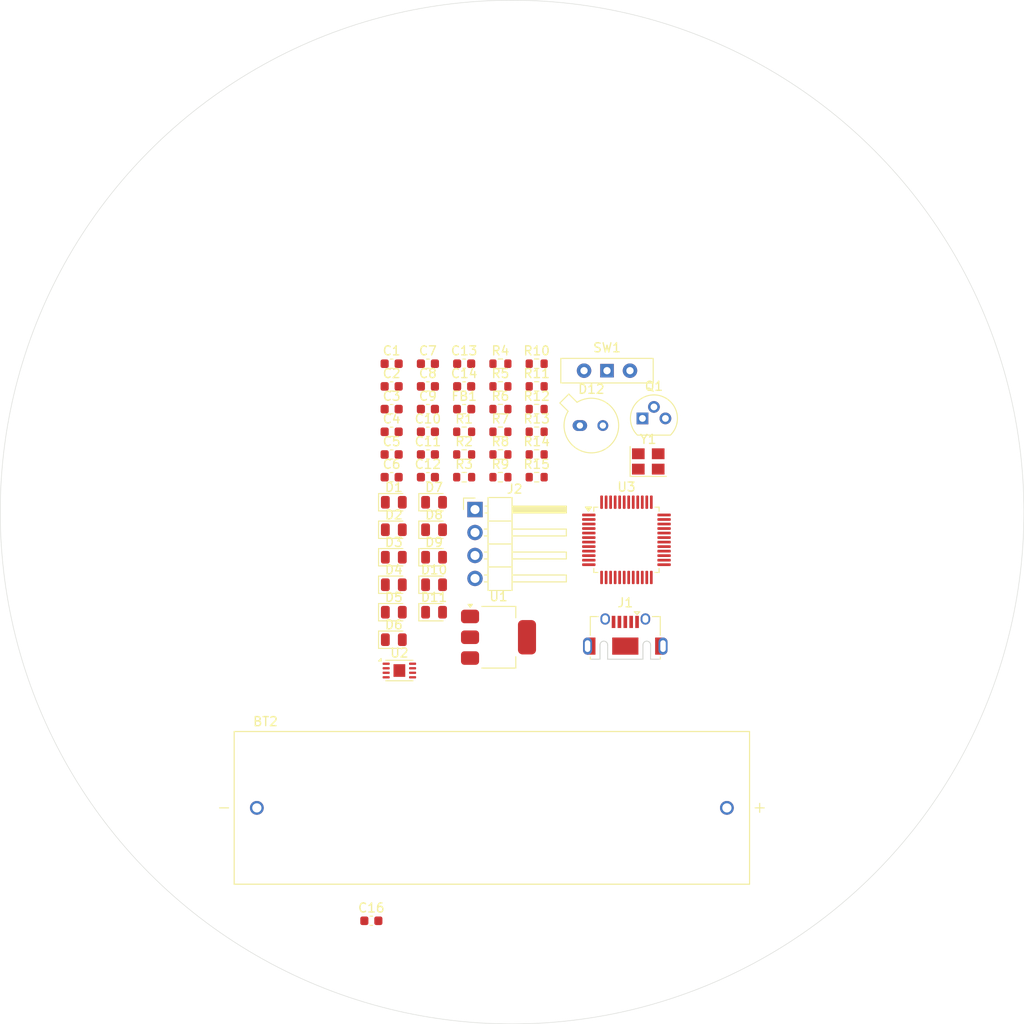
<source format=kicad_pcb>
(kicad_pcb (version 20240108) (generator "pcbnew") (generator_version "8.0")
  (layers (0 "F.Cu" signal) (31 "B.Cu" signal) (34 "B.Paste" user) (35 "F.Paste" user) (36 "B.SilkS" user "B.Silkscreen") (37 "F.SilkS" user "F.Silkscreen") (38 "B.Mask" user) (39 "F.Mask" user) (44 "Edge.Cuts" user))
  (net 0 "")
  (net 1 "VBUS")
  (net 2 "GND")
  (net 3 "+3V3")
  (net 4 "/NRST")
  (net 5 "/HSE_IN")
  (net 6 "/HSE_OUT")
  (net 7 "+3V3_A")
  (net 8 "/PWR_LED_K")
  (net 9 "/SWCLK")
  (net 10 "/SWDIO")
  (net 11 "/USB_D-")
  (net 12 "/USB_D+")
  (net 13 "/SW_BOOT0")
  (net 14 "/BOOT0")
  (net 15 "/I2C1_SDA_OLED")
  (net 16 "/I2C1_SCL_OLED")
  (net 17 "/hit_register")
  (net 45 "Net-(D3-K)")
  (net 46 "/hit_indicator")
  (net 47 "Net-(Q1-B)")
  (net 48 "Net-(Q1-C)")
  (net 49 "Net-(D12-K)")
  (net 50 "Net-(D2-K)")
  (net 51 "Net-(D4-K)")
  (net 52 "Net-(D5-K)")
  (net 53 "Net-(D6-K)")
  (net 54 "Net-(D7-K)")
  (net 55 "Net-(D8-K)")
  (net 56 "Net-(D9-K)")
  (net 57 "Net-(D10-K)")
  (net 58 "Net-(D11-K)")
  (footprint "Resistor_SMD:R_0603_1608Metric" (layer "F.Cu") (at 207.945 139.564236)
    (property "Reference" "R1" (at 0 -1.43 0) (layer "F.SilkS"))
    (property "Value" "1K")
    (fp_line (start -0.237258 -0.5225) (end 0.237258 -0.5225) (stroke (width 0.12)) (layer "F.SilkS"))
    (fp_line (start -0.237258 0.5225) (end 0.237258 0.5225) (stroke (width 0.12)) (layer "F.SilkS"))
    (pad "1" smd roundrect (at -0.825 0) (size 0.8 0.95) (layers "F.Cu" "F.Paste" "F.Mask") (net 46 "/hit_indicator"))
    (pad "2" smd roundrect (at 0.825 0) (size 0.8 0.95) (layers "F.Cu" "F.Paste" "F.Mask") (net 47 "Net-(Q1-B)"))
  )
  (footprint "Capacitor_SMD:C_0603_1608Metric" (layer "F.Cu") (at 207.945 134.544236)
    (property "Reference" "C14" (at 0 -1.43 0) (layer "F.SilkS"))
    (property "Value" "1uF")
    (fp_line (start -0.14058 -0.51) (end 0.14058 -0.51) (stroke (width 0.12)) (layer "F.SilkS"))
    (fp_line (start -0.14058 0.51) (end 0.14058 0.51) (stroke (width 0.12)) (layer "F.SilkS"))
    (pad "1" smd roundrect (at -0.775 0) (size 0.9 0.95) (layers "F.Cu" "F.Paste" "F.Mask") (net 3 "+3V3"))
    (pad "2" smd roundrect (at 0.775 0) (size 0.9 0.95) (layers "F.Cu" "F.Paste" "F.Mask") (net 2 "GND"))
  )
  (footprint "LED_SMD:LED_0805_2012Metric" (layer "F.Cu") (at 200.165 159.519236)
    (property "Reference" "D5" (at 0 -1.65 0) (layer "F.SilkS"))
    (property "Value" "LED_BLUE")
    (fp_line (start -1.685 -0.96) (end -1.685 0.96) (stroke (width 0.12)) (layer "F.SilkS"))
    (fp_line (start -1.685 0.96) (end 1 0.96) (stroke (width 0.12)) (layer "F.SilkS"))
    (fp_line (start 1 -0.96) (end -1.685 -0.96) (stroke (width 0.12)) (layer "F.SilkS"))
    (pad "1" smd roundrect (at -0.9375 0) (size 0.975 1.4) (layers "F.Cu" "F.Paste" "F.Mask") (net 52 "Net-(D5-K)"))
    (pad "2" smd roundrect (at 0.9375 0) (size 0.975 1.4) (layers "F.Cu" "F.Paste" "F.Mask") (net 3 "+3V3"))
  )
  (footprint "Capacitor_SMD:C_0603_1608Metric" (layer "F.Cu") (at 203.935 139.564236)
    (property "Reference" "C10" (at 0 -1.43 0) (layer "F.SilkS"))
    (property "Value" "100nF")
    (fp_line (start -0.14058 -0.51) (end 0.14058 -0.51) (stroke (width 0.12)) (layer "F.SilkS"))
    (fp_line (start -0.14058 0.51) (end 0.14058 0.51) (stroke (width 0.12)) (layer "F.SilkS"))
    (pad "1" smd roundrect (at -0.775 0) (size 0.9 0.95) (layers "F.Cu" "F.Paste" "F.Mask") (net 3 "+3V3"))
    (pad "2" smd roundrect (at 0.775 0) (size 0.9 0.95) (layers "F.Cu" "F.Paste" "F.Mask") (net 2 "GND"))
  )
  (footprint "LED_SMD:LED_0805_2012Metric" (layer "F.Cu") (at 200.165 150.399236)
    (property "Reference" "D2" (at 0 -1.65 0) (layer "F.SilkS"))
    (property "Value" "LED_BLUE")
    (fp_line (start -1.685 -0.96) (end -1.685 0.96) (stroke (width 0.12)) (layer "F.SilkS"))
    (fp_line (start -1.685 0.96) (end 1 0.96) (stroke (width 0.12)) (layer "F.SilkS"))
    (fp_line (start 1 -0.96) (end -1.685 -0.96) (stroke (width 0.12)) (layer "F.SilkS"))
    (pad "1" smd roundrect (at -0.9375 0) (size 0.975 1.4) (layers "F.Cu" "F.Paste" "F.Mask") (net 50 "Net-(D2-K)"))
    (pad "2" smd roundrect (at 0.9375 0) (size 0.975 1.4) (layers "F.Cu" "F.Paste" "F.Mask") (net 3 "+3V3"))
  )
  (footprint "Resistor_SMD:R_0603_1608Metric" (layer "F.Cu") (at 215.965 142.074236)
    (property "Reference" "R14" (at 0 -1.43 0) (layer "F.SilkS"))
    (property "Value" "1M")
    (fp_line (start -0.237258 -0.5225) (end 0.237258 -0.5225) (stroke (width 0.12)) (layer "F.SilkS"))
    (fp_line (start -0.237258 0.5225) (end 0.237258 0.5225) (stroke (width 0.12)) (layer "F.SilkS"))
    (pad "1" smd roundrect (at -0.825 0) (size 0.8 0.95) (layers "F.Cu" "F.Paste" "F.Mask") (net 49 "Net-(D12-K)"))
    (pad "2" smd roundrect (at 0.825 0) (size 0.8 0.95) (layers "F.Cu" "F.Paste" "F.Mask") (net 17 "/hit_register"))
  )
  (footprint "Capacitor_SMD:C_0603_1608Metric" (layer "F.Cu") (at 203.935 132.034236)
    (property "Reference" "C7" (at 0 -1.43 0) (layer "F.SilkS"))
    (property "Value" "10pF")
    (fp_line (start -0.14058 -0.51) (end 0.14058 -0.51) (stroke (width 0.12)) (layer "F.SilkS"))
    (fp_line (start -0.14058 0.51) (end 0.14058 0.51) (stroke (width 0.12)) (layer "F.SilkS"))
    (pad "1" smd roundrect (at -0.775 0) (size 0.9 0.95) (layers "F.Cu" "F.Paste" "F.Mask") (net 6 "/HSE_OUT"))
    (pad "2" smd roundrect (at 0.775 0) (size 0.9 0.95) (layers "F.Cu" "F.Paste" "F.Mask") (net 2 "GND"))
  )
  (footprint "Package_QFP:LQFP-48_7x7mm_P0.5mm" (layer "F.Cu") (at 225.895 151.514236)
    (property "Reference" "U3" (at 0 -5.85 0) (layer "F.SilkS"))
    (property "Value" "STM32F103C8T6")
    (fp_line (start -3.61 -3.61) (end -3.61 -3.16) (stroke (width 0.12)) (layer "F.SilkS"))
    (fp_line (start -3.61 3.61) (end -3.61 3.16) (stroke (width 0.12)) (layer "F.SilkS"))
    (fp_line (start -3.16 -3.61) (end -3.61 -3.61) (stroke (width 0.12)) (layer "F.SilkS"))
    (fp_line (start -3.16 3.61) (end -3.61 3.61) (stroke (width 0.12)) (layer "F.SilkS"))
    (fp_line (start 3.16 -3.61) (end 3.61 -3.61) (stroke (width 0.12)) (layer "F.SilkS"))
    (fp_line (start 3.16 3.61) (end 3.61 3.61) (stroke (width 0.12)) (layer "F.SilkS"))
    (fp_line (start 3.61 -3.61) (end 3.61 -3.16) (stroke (width 0.12)) (layer "F.SilkS"))
    (fp_line (start 3.61 3.61) (end 3.61 3.16) (stroke (width 0.12)) (layer "F.SilkS"))
    (fp_poly (pts (xy -4.2 -3.16) (xy -4.54 -3.63) (xy -3.86 -3.63) (xy -4.2 -3.16)) (stroke (width 0.12)) (fill solid) (layer "F.SilkS"))
    (pad "1" smd roundrect (at -4.1625 -2.75) (size 1.475 0.3) (layers "F.Cu" "F.Paste" "F.Mask") (net 3 "+3V3"))
    (pad "2" smd roundrect (at -4.1625 -2.25) (size 1.475 0.3) (layers "F.Cu" "F.Paste" "F.Mask"))
    (pad "3" smd roundrect (at -4.1625 -1.75) (size 1.475 0.3) (layers "F.Cu" "F.Paste" "F.Mask"))
    (pad "4" smd roundrect (at -4.1625 -1.25) (size 1.475 0.3) (layers "F.Cu" "F.Paste" "F.Mask"))
    (pad "5" smd roundrect (at -4.1625 -0.75) (size 1.475 0.3) (layers "F.Cu" "F.Paste" "F.Mask") (net 5 "/HSE_IN"))
    (pad "6" smd roundrect (at -4.1625 -0.25) (size 1.475 0.3) (layers "F.Cu" "F.Paste" "F.Mask") (net 6 "/HSE_OUT"))
    (pad "7" smd roundrect (at -4.1625 0.25) (size 1.475 0.3) (layers "F.Cu" "F.Paste" "F.Mask") (net 4 "/NRST"))
    (pad "8" smd roundrect (at -4.1625 0.75) (size 1.475 0.3) (layers "F.Cu" "F.Paste" "F.Mask") (net 2 "GND"))
    (pad "9" smd roundrect (at -4.1625 1.25) (size 1.475 0.3) (layers "F.Cu" "F.Paste" "F.Mask") (net 7 "+3V3_A"))
    (pad "10" smd roundrect (at -4.1625 1.75) (size 1.475 0.3) (layers "F.Cu" "F.Paste" "F.Mask") (net 17 "/hit_register"))
    (pad "11" smd roundrect (at -4.1625 2.25) (size 1.475 0.3) (layers "F.Cu" "F.Paste" "F.Mask"))
    (pad "12" smd roundrect (at -4.1625 2.75) (size 1.475 0.3) (layers "F.Cu" "F.Paste" "F.Mask"))
    (pad "13" smd roundrect (at -2.75 4.1625) (size 0.3 1.475) (layers "F.Cu" "F.Paste" "F.Mask"))
    (pad "14" smd roundrect (at -2.25 4.1625) (size 0.3 1.475) (layers "F.Cu" "F.Paste" "F.Mask"))
    (pad "15" smd roundrect (at -1.75 4.1625) (size 0.3 1.475) (layers "F.Cu" "F.Paste" "F.Mask"))
    (pad "16" smd roundrect (at -1.25 4.1625) (size 0.3 1.475) (layers "F.Cu" "F.Paste" "F.Mask"))
    (pad "17" smd roundrect (at -0.75 4.1625) (size 0.3 1.475) (layers "F.Cu" "F.Paste" "F.Mask"))
    (pad "18" smd roundrect (at -0.25 4.1625) (size 0.3 1.475) (layers "F.Cu" "F.Paste" "F.Mask") (net 46 "/hit_indicator"))
    (pad "19" smd roundrect (at 0.25 4.1625) (size 0.3 1.475) (layers "F.Cu" "F.Paste" "F.Mask"))
    (pad "20" smd roundrect (at 0.75 4.1625) (size 0.3 1.475) (layers "F.Cu" "F.Paste" "F.Mask"))
    (pad "21" smd roundrect (at 1.25 4.1625) (size 0.3 1.475) (layers "F.Cu" "F.Paste" "F.Mask"))
    (pad "22" smd roundrect (at 1.75 4.1625) (size 0.3 1.475) (layers "F.Cu" "F.Paste" "F.Mask"))
    (pad "23" smd roundrect (at 2.25 4.1625) (size 0.3 1.475) (layers "F.Cu" "F.Paste" "F.Mask") (net 2 "GND"))
    (pad "24" smd roundrect (at 2.75 4.1625) (size 0.3 1.475) (layers "F.Cu" "F.Paste" "F.Mask") (net 3 "+3V3"))
    (pad "25" smd roundrect (at 4.1625 2.75) (size 1.475 0.3) (layers "F.Cu" "F.Paste" "F.Mask"))
    (pad "26" smd roundrect (at 4.1625 2.25) (size 1.475 0.3) (layers "F.Cu" "F.Paste" "F.Mask"))
    (pad "27" smd roundrect (at 4.1625 1.75) (size 1.475 0.3) (layers "F.Cu" "F.Paste" "F.Mask"))
    (pad "28" smd roundrect (at 4.1625 1.25) (size 1.475 0.3) (layers "F.Cu" "F.Paste" "F.Mask"))
    (pad "29" smd roundrect (at 4.1625 0.75) (size 1.475 0.3) (layers "F.Cu" "F.Paste" "F.Mask"))
    (pad "30" smd roundrect (at 4.1625 0.25) (size 1.475 0.3) (layers "F.Cu" "F.Paste" "F.Mask"))
    (pad "31" smd roundrect (at 4.1625 -0.25) (size 1.475 0.3) (layers "F.Cu" "F.Paste" "F.Mask"))
    (pad "32" smd roundrect (at 4.1625 -0.75) (size 1.475 0.3) (layers "F.Cu" "F.Paste" "F.Mask") (net 11 "/USB_D-"))
    (pad "33" smd roundrect (at 4.1625 -1.25) (size 1.475 0.3) (layers "F.Cu" "F.Paste" "F.Mask") (net 12 "/USB_D+"))
    (pad "34" smd roundrect (at 4.1625 -1.75) (size 1.475 0.3) (layers "F.Cu" "F.Paste" "F.Mask") (net 10 "/SWDIO"))
    (pad "35" smd roundrect (at 4.1625 -2.25) (size 1.475 0.3) (layers "F.Cu" "F.Paste" "F.Mask") (net 2 "GND"))
    (pad "36" smd roundrect (at 4.1625 -2.75) (size 1.475 0.3) (layers "F.Cu" "F.Paste" "F.Mask") (net 3 "+3V3"))
    (pad "37" smd roundrect (at 2.75 -4.1625) (size 0.3 1.475) (layers "F.Cu" "F.Paste" "F.Mask") (net 9 "/SWCLK"))
    (pad "38" smd roundrect (at 2.25 -4.1625) (size 0.3 1.475) (layers "F.Cu" "F.Paste" "F.Mask"))
    (pad "39" smd roundrect (at 1.75 -4.1625) (size 0.3 1.475) (layers "F.Cu" "F.Paste" "F.Mask"))
    (pad "40" smd roundrect (at 1.25 -4.1625) (size 0.3 1.475) (layers "F.Cu" "F.Paste" "F.Mask"))
    (pad "41" smd roundrect (at 0.75 -4.1625) (size 0.3 1.475) (layers "F.Cu" "F.Paste" "F.Mask"))
    (pad "42" smd roundrect (at 0.25 -4.1625) (size 0.3 1.475) (layers "F.Cu" "F.Paste" "F.Mask") (net 16 "/I2C1_SCL_OLED"))
    (pad "43" smd roundrect (at -0.25 -4.1625) (size 0.3 1.475) (layers "F.Cu" "F.Paste" "F.Mask") (net 15 "/I2C1_SDA_OLED"))
    (pad "44" smd roundrect (at -0.75 -4.1625) (size 0.3 1.475) (layers "F.Cu" "F.Paste" "F.Mask") (net 14 "/BOOT0"))
    (pad "45" smd roundrect (at -1.25 -4.1625) (size 0.3 1.475) (layers "F.Cu" "F.Paste" "F.Mask"))
    (pad "46" smd roundrect (at -1.75 -4.1625) (size 0.3 1.475) (layers "F.Cu" "F.Paste" "F.Mask"))
    (pad "47" smd roundrect (at -2.25 -4.1625) (size 0.3 1.475) (layers "F.Cu" "F.Paste" "F.Mask") (net 2 "GND"))
    (pad "48" smd roundrect (at -2.75 -4.1625) (size 0.3 1.475) (layers "F.Cu" "F.Paste" "F.Mask") (net 3 "+3V3"))
  )
  (footprint "Resistor_SMD:R_0603_1608Metric" (layer "F.Cu") (at 215.965 132.034236)
    (property "Reference" "R10" (at 0 -1.43 0) (layer "F.SilkS"))
    (property "Value" "15R")
    (fp_line (start -0.237258 -0.5225) (end 0.237258 -0.5225) (stroke (width 0.12)) (layer "F.SilkS"))
    (fp_line (start -0.237258 0.5225) (end 0.237258 0.5225) (stroke (width 0.12)) (layer "F.SilkS"))
    (pad "1" smd roundrect (at -0.825 0) (size 0.8 0.95) (layers "F.Cu" "F.Paste" "F.Mask") (net 57 "Net-(D10-K)"))
    (pad "2" smd roundrect (at 0.825 0) (size 0.8 0.95) (layers "F.Cu" "F.Paste" "F.Mask") (net 48 "Net-(Q1-C)"))
  )
  (footprint "Capacitor_SMD:C_0603_1608Metric" (layer "F.Cu") (at 197.68 193.65)
    (property "Reference" "C16" (at 0 -1.43 0) (layer "F.SilkS"))
    (property "Value" "10uF")
    (fp_line (start -0.14058 -0.51) (end 0.14058 -0.51) (stroke (width 0.12)) (layer "F.SilkS"))
    (fp_line (start -0.14058 0.51) (end 0.14058 0.51) (stroke (width 0.12)) (layer "F.SilkS"))
    (pad "1" smd roundrect (at -0.775 0) (size 0.9 0.95) (layers "F.Cu" "F.Paste" "F.Mask") (net 1 "VBUS"))
    (pad "2" smd roundrect (at 0.775 0) (size 0.9 0.95) (layers "F.Cu" "F.Paste" "F.Mask") (net 2 "GND"))
  )
  (footprint "Capacitor_SMD:C_0603_1608Metric" (layer "F.Cu") (at 203.935 134.544236)
    (property "Reference" "C8" (at 0 -1.43 0) (layer "F.SilkS"))
    (property "Value" "100nF")
    (fp_line (start -0.14058 -0.51) (end 0.14058 -0.51) (stroke (width 0.12)) (layer "F.SilkS"))
    (fp_line (start -0.14058 0.51) (end 0.14058 0.51) (stroke (width 0.12)) (layer "F.SilkS"))
    (pad "1" smd roundrect (at -0.775 0) (size 0.9 0.95) (layers "F.Cu" "F.Paste" "F.Mask") (net 3 "+3V3"))
    (pad "2" smd roundrect (at 0.775 0) (size 0.9 0.95) (layers "F.Cu" "F.Paste" "F.Mask") (net 2 "GND"))
  )
  (footprint "2460:BAT_2460" (layer "F.Cu") (at 211.01 181.16)
    (property "Reference" "BT2" (at -25.04 -9.55 0) (layer "F.SilkS"))
    (property "Value" "2460")
    (fp_line (start -29.12 0) (end -30.12 0) (stroke (width 0.127)) (layer "F.SilkS"))
    (fp_line (start -28.5 -8.445) (end 28.5 -8.445) (stroke (width 0.127)) (layer "F.SilkS"))
    (fp_line (start -28.5 8.445) (end -28.5 -8.445) (stroke (width 0.127)) (layer "F.SilkS"))
    (fp_line (start 28.5 -8.445) (end 28.5 8.445) (stroke (width 0.127)) (layer "F.SilkS"))
    (fp_line (start 28.5 8.445) (end -28.5 8.445) (stroke (width 0.127)) (layer "F.SilkS"))
    (fp_line (start 29.62 0.5) (end 29.62 -0.5) (stroke (width 0.127)) (layer "F.SilkS"))
    (fp_line (start 30.12 0) (end 29.12 0) (stroke (width 0.127)) (layer "F.SilkS"))
    (pad "" np_thru_hole circle (at -23.24 -5.995) (size 2.64 2.64) (drill 2.64) (layers "*.Cu" "*.Mask"))
    (pad "" np_thru_hole circle (at 23.24 5.995) (size 2.64 2.64) (drill 2.64) (layers "*.Cu" "*.Mask"))
    (pad "N" thru_hole circle (at -25.995 0) (size 1.53 1.53) (drill 1.02) (layers "*.Cu" "*.Mask") (net 2 "GND"))
    (pad "P" thru_hole circle (at 25.995 0) (size 1.53 1.53) (drill 1.02) (layers "*.Cu" "*.Mask") (net 1 "VBUS"))
  )
  (footprint "Resistor_SMD:R_0603_1608Metric" (layer "F.Cu") (at 211.955 142.074236)
    (property "Reference" "R8" (at 0 -1.43 0) (layer "F.SilkS"))
    (property "Value" "15R")
    (fp_line (start -0.237258 -0.5225) (end 0.237258 -0.5225) (stroke (width 0.12)) (layer "F.SilkS"))
    (fp_line (start -0.237258 0.5225) (end 0.237258 0.5225) (stroke (width 0.12)) (layer "F.SilkS"))
    (pad "1" smd roundrect (at -0.825 0) (size 0.8 0.95) (layers "F.Cu" "F.Paste" "F.Mask") (net 55 "Net-(D8-K)"))
    (pad "2" smd roundrect (at 0.825 0) (size 0.8 0.95) (layers "F.Cu" "F.Paste" "F.Mask") (net 48 "Net-(Q1-C)"))
  )
  (footprint "Resistor_SMD:R_0603_1608Metric" (layer "F.Cu") (at 215.965 139.564236)
    (property "Reference" "R13" (at 0 -1.43 0) (layer "F.SilkS"))
    (property "Value" "10K")
    (fp_line (start -0.237258 -0.5225) (end 0.237258 -0.5225) (stroke (width 0.12)) (layer "F.SilkS"))
    (fp_line (start -0.237258 0.5225) (end 0.237258 0.5225) (stroke (width 0.12)) (layer "F.SilkS"))
    (pad "1" smd roundrect (at -0.825 0) (size 0.8 0.95) (layers "F.Cu" "F.Paste" "F.Mask") (net 13 "/SW_BOOT0"))
    (pad "2" smd roundrect (at 0.825 0) (size 0.8 0.95) (layers "F.Cu" "F.Paste" "F.Mask") (net 14 "/BOOT0"))
  )
  (footprint "Connector_PinHeader_2.54mm:PinHeader_1x04_P2.54mm_Horizontal" (layer "F.Cu") (at 209.145 148.164236)
    (property "Reference" "J2" (at 4.385 -2.27 0) (layer "F.SilkS"))
    (property "Value" "Conn_01x04_Pin")
    (fp_line (start -1.27 -1.27) (end 0 -1.27) (stroke (width 0.12)) (layer "F.SilkS"))
    (fp_line (start -1.27 0) (end -1.27 -1.27) (stroke (width 0.12)) (layer "F.SilkS"))
    (fp_line (start 1.042929 2.16) (end 1.44 2.16) (stroke (width 0.12)) (layer "F.SilkS"))
    (fp_line (start 1.042929 2.92) (end 1.44 2.92) (stroke (width 0.12)) (layer "F.SilkS"))
    (fp_line (start 1.042929 4.7) (end 1.44 4.7) (stroke (width 0.12)) (layer "F.SilkS"))
    (fp_line (start 1.042929 5.46) (end 1.44 5.46) (stroke (width 0.12)) (layer "F.SilkS"))
    (fp_line (start 1.042929 7.24) (end 1.44 7.24) (stroke (width 0.12)) (layer "F.SilkS"))
    (fp_line (start 1.042929 8) (end 1.44 8) (stroke (width 0.12)) (layer "F.SilkS"))
    (fp_line (start 1.11 -0.38) (end 1.44 -0.38) (stroke (width 0.12)) (layer "F.SilkS"))
    (fp_line (start 1.11 0.38) (end 1.44 0.38) (stroke (width 0.12)) (layer "F.SilkS"))
    (fp_line (start 1.44 -1.33) (end 1.44 8.95) (stroke (width 0.12)) (layer "F.SilkS"))
    (fp_line (start 1.44 1.27) (end 4.1 1.27) (stroke (width 0.12)) (layer "F.SilkS"))
    (fp_line (start 1.44 3.81) (end 4.1 3.81) (stroke (width 0.12)) (layer "F.SilkS"))
    (fp_line (start 1.44 6.35) (end 4.1 6.35) (stroke (width 0.12)) (layer "F.SilkS"))
    (fp_line (start 1.44 8.95) (end 4.1 8.95) (stroke (width 0.12)) (layer "F.SilkS"))
    (fp_line (start 4.1 -1.33) (end 1.44 -1.33) (stroke (width 0.12)) (layer "F.SilkS"))
    (fp_line (start 4.1 -0.38) (end 10.1 -0.38) (stroke (width 0.12)) (layer "F.SilkS"))
    (fp_line (start 4.1 -0.32) (end 10.1 -0.32) (stroke (width 0.12)) (layer "F.SilkS"))
    (fp_line (start 4.1 -0.2) (end 10.1 -0.2) (stroke (width 0.12)) (layer "F.SilkS"))
    (fp_line (start 4.1 -0.08) (end 10.1 -0.08) (stroke (width 0.12)) (layer "F.SilkS"))
    (fp_line (start 4.1 0.04) (end 10.1 0.04) (stroke (width 0.12)) (layer "F.SilkS"))
    (fp_line (start 4.1 0.16) (end 10.1 0.16) (stroke (width 0.12)) (layer "F.SilkS"))
    (fp_line (start 4.1 0.28) (end 10.1 0.28) (stroke (width 0.12)) (layer "F.SilkS"))
    (fp_line (start 4.1 2.16) (end 10.1 2.16) (stroke (width 0.12)) (layer "F.SilkS"))
    (fp_line (start 4.1 4.7) (end 10.1 4.7) (stroke (width 0.12)) (layer "F.SilkS"))
    (fp_line (start 4.1 7.24) (end 10.1 7.24) (stroke (width 0.12)) (layer "F.SilkS"))
    (fp_line (start 4.1 8.95) (end 4.1 -1.33) (stroke (width 0.12)) (layer "F.SilkS"))
    (fp_line (start 10.1 -0.38) (end 10.1 0.38) (stroke (width 0.12)) (layer "F.SilkS"))
    (fp_line (start 10.1 0.38) (end 4.1 0.38) (stroke (width 0.12)) (layer "F.SilkS"))
    (fp_line (start 10.1 2.16) (end 10.1 2.92) (stroke (width 0.12)) (layer "F.SilkS"))
    (fp_line (start 10.1 2.92) (end 4.1 2.92) (stroke (width 0.12)) (layer "F.SilkS"))
    (fp_line (start 10.1 4.7) (end 10.1 5.46) (stroke (width 0.12)) (layer "F.SilkS"))
    (fp_line (start 10.1 5.46) (end 4.1 5.46) (stroke (width 0.12)) (layer "F.SilkS"))
    (fp_line (start 10.1 7.24) (end 10.1 8) (stroke (width 0.12)) (layer "F.SilkS"))
    (fp_line (start 10.1 8) (end 4.1 8) (stroke (width 0.12)) (layer "F.SilkS"))
    (pad "1" thru_hole rect (at 0 0) (size 1.7 1.7) (drill 1) (layers "*.Cu" "*.Mask") (net 3 "+3V3"))
    (pad "2" thru_hole oval (at 0 2.54) (size 1.7 1.7) (drill 1) (layers "*.Cu" "*.Mask") (net 10 "/SWDIO"))
    (pad "3" thru_hole oval (at 0 5.08) (size 1.7 1.7) (drill 1) (layers "*.Cu" "*.Mask") (net 9 "/SWCLK"))
    (pad "4" thru_hole oval (at 0 7.62) (size 1.7 1.7) (drill 1) (layers "*.Cu" "*.Mask") (net 2 "GND"))
  )
  (footprint "Crystal:Crystal_SMD_3225-4Pin_3.2x2.5mm" (layer "F.Cu") (at 228.305 142.844236)
    (property "Reference" "Y1" (at 0 -2.45 0) (layer "F.SilkS"))
    (property "Value" "16MHz")
    (fp_line (start -2 -1.65) (end -2 1.65) (stroke (width 0.12)) (layer "F.SilkS"))
    (fp_line (start -2 1.65) (end 2 1.65) (stroke (width 0.12)) (layer "F.SilkS"))
    (pad "1" smd rect (at -1.1 0.85) (size 1.4 1.2) (layers "F.Cu" "F.Paste" "F.Mask") (net 5 "/HSE_IN"))
    (pad "2" smd rect (at 1.1 0.85) (size 1.4 1.2) (layers "F.Cu" "F.Paste" "F.Mask") (net 2 "GND"))
    (pad "3" smd rect (at 1.1 -0.85) (size 1.4 1.2) (layers "F.Cu" "F.Paste" "F.Mask") (net 6 "/HSE_OUT"))
    (pad "4" smd rect (at -1.1 -0.85) (size 1.4 1.2) (layers "F.Cu" "F.Paste" "F.Mask") (net 2 "GND"))
  )
  (footprint "Resistor_SMD:R_0603_1608Metric" (layer "F.Cu") (at 211.955 134.544236)
    (property "Reference" "R5" (at 0 -1.43 0) (layer "F.SilkS"))
    (property "Value" "15R")
    (fp_line (start -0.237258 -0.5225) (end 0.237258 -0.5225) (stroke (width 0.12)) (layer "F.SilkS"))
    (fp_line (start -0.237258 0.5225) (end 0.237258 0.5225) (stroke (width 0.12)) (layer "F.SilkS"))
    (pad "1" smd roundrect (at -0.825 0) (size 0.8 0.95) (layers "F.Cu" "F.Paste" "F.Mask") (net 52 "Net-(D5-K)"))
    (pad "2" smd roundrect (at 0.825 0) (size 0.8 0.95) (layers "F.Cu" "F.Paste" "F.Mask") (net 48 "Net-(Q1-C)"))
  )
  (footprint "Resistor_SMD:R_0603_1608Metric" (layer "F.Cu") (at 215.965 137.054236)
    (property "Reference" "R12" (at 0 -1.43 0) (layer "F.SilkS"))
    (property "Value" "1.5K")
    (fp_line (start -0.237258 -0.5225) (end 0.237258 -0.5225) (stroke (width 0.12)) (layer "F.SilkS"))
    (fp_line (start -0.237258 0.5225) (end 0.237258 0.5225) (stroke (width 0.12)) (layer "F.SilkS"))
    (pad "1" smd roundrect (at -0.825 0) (size 0.8 0.95) (layers "F.Cu" "F.Paste" "F.Mask") (net 2 "GND"))
    (pad "2" smd roundrect (at 0.825 0) (size 0.8 0.95) (layers "F.Cu" "F.Paste" "F.Mask") (net 8 "/PWR_LED_K"))
  )
  (footprint "Capacitor_SMD:C_0603_1608Metric" (layer "F.Cu") (at 199.925 139.564236)
    (property "Reference" "C4" (at 0 -1.43 0) (layer "F.SilkS"))
    (property "Value" "100nF")
    (fp_line (start -0.14058 -0.51) (end 0.14058 -0.51) (stroke (width 0.12)) (layer "F.SilkS"))
    (fp_line (start -0.14058 0.51) (end 0.14058 0.51) (stroke (width 0.12)) (layer "F.SilkS"))
    (pad "1" smd roundrect (at -0.775 0) (size 0.9 0.95) (layers "F.Cu" "F.Paste" "F.Mask") (net 4 "/NRST"))
    (pad "2" smd roundrect (at 0.775 0) (size 0.9 0.95) (layers "F.Cu" "F.Paste" "F.Mask") (net 2 "GND"))
  )
  (footprint "Capacitor_SMD:C_0603_1608Metric" (layer "F.Cu") (at 207.945 132.034236)
    (property "Reference" "C13" (at 0 -1.43 0) (layer "F.SilkS"))
    (property "Value" "1uF")
    (fp_line (start -0.14058 -0.51) (end 0.14058 -0.51) (stroke (width 0.12)) (layer "F.SilkS"))
    (fp_line (start -0.14058 0.51) (end 0.14058 0.51) (stroke (width 0.12)) (layer "F.SilkS"))
    (pad "1" smd roundrect (at -0.775 0) (size 0.9 0.95) (layers "F.Cu" "F.Paste" "F.Mask") (net 7 "+3V3_A"))
    (pad "2" smd roundrect (at 0.775 0) (size 0.9 0.95) (layers "F.Cu" "F.Paste" "F.Mask") (net 2 "GND"))
  )
  (footprint "Capacitor_SMD:C_0603_1608Metric" (layer "F.Cu") (at 203.935 137.054236)
    (property "Reference" "C9" (at 0 -1.43 0) (layer "F.SilkS"))
    (property "Value" "10uF")
    (fp_line (start -0.14058 -0.51) (end 0.14058 -0.51) (stroke (width 0.12)) (layer "F.SilkS"))
    (fp_line (start -0.14058 0.51) (end 0.14058 0.51) (stroke (width 0.12)) (layer "F.SilkS"))
    (pad "1" smd roundrect (at -0.775 0) (size 0.9 0.95) (layers "F.Cu" "F.Paste" "F.Mask") (net 17 "/hit_register"))
    (pad "2" smd roundrect (at 0.775 0) (size 0.9 0.95) (layers "F.Cu" "F.Paste" "F.Mask") (net 49 "Net-(D12-K)"))
  )
  (footprint "LED_SMD:LED_0805_2012Metric" (layer "F.Cu") (at 200.165 162.559236)
    (property "Reference" "D6" (at 0 -1.65 0) (layer "F.SilkS"))
    (property "Value" "LED_BLUE")
    (fp_line (start -1.685 -0.96) (end -1.685 0.96) (stroke (width 0.12)) (layer "F.SilkS"))
    (fp_line (start -1.685 0.96) (end 1 0.96) (stroke (width 0.12)) (layer "F.SilkS"))
    (fp_line (start 1 -0.96) (end -1.685 -0.96) (stroke (width 0.12)) (layer "F.SilkS"))
    (pad "1" smd roundrect (at -0.9375 0) (size 0.975 1.4) (layers "F.Cu" "F.Paste" "F.Mask") (net 53 "Net-(D6-K)"))
    (pad "2" smd roundrect (at 0.9375 0) (size 0.975 1.4) (layers "F.Cu" "F.Paste" "F.Mask") (net 3 "+3V3"))
  )
  (footprint "Package_TO_SOT_THT:TO-18-2_Lens" (layer "F.Cu") (at 220.744448 138.873684)
    (property "Reference" "D12" (at 1.27 -4.02 0) (layer "F.SilkS"))
    (property "Value" "BPX65")
    (fp_line (start -2.214448 -2.494499) (end -1.302281 -1.582331) (stroke (width 0.12)) (layer "F.SilkS"))
    (fp_line (start -1.224499 -3.484448) (end -2.214448 -2.494499) (stroke (width 0.12)) (layer "F.SilkS"))
    (fp_line (start -0.312331 -2.572281) (end -1.224499 -3.484448) (stroke (width 0.12)) (layer "F.SilkS"))
    (fp_arc (start -0.312331 -2.572281) (mid 3.405374 2.135551) (end -1.30215 -1.582544) (stroke (width 0.12)) (layer "F.SilkS"))
    (pad "1" thru_hole oval (at 0 0) (size 1.6 1.2) (drill 0.7) (layers "*.Cu" "*.Mask") (net 49 "Net-(D12-K)"))
    (pad "2" thru_hole oval (at 2.54 0) (size 1.2 1.2) (drill 0.7) (layers "*.Cu" "*.Mask") (net 2 "GND"))
  )
  (footprint "Resistor_SMD:R_0603_1608Metric" (layer "F.Cu") (at 207.945 142.074236)
    (property "Reference" "R2" (at 0 -1.43 0) (layer "F.SilkS"))
    (property "Value" "15R")
    (fp_line (start -0.237258 -0.5225) (end 0.237258 -0.5225) (stroke (width 0.12)) (layer "F.SilkS"))
    (fp_line (start -0.237258 0.5225) (end 0.237258 0.5225) (stroke (width 0.12)) (layer "F.SilkS"))
    (pad "1" smd roundrect (at -0.825 0) (size 0.8 0.95) (layers "F.Cu" "F.Paste" "F.Mask") (net 50 "Net-(D2-K)"))
    (pad "2" smd roundrect (at 0.825 0) (size 0.8 0.95) (layers "F.Cu" "F.Paste" "F.Mask") (net 48 "Net-(Q1-C)"))
  )
  (footprint "Resistor_SMD:R_0603_1608Metric" (layer "F.Cu") (at 211.955 144.584236)
    (property "Reference" "R9" (at 0 -1.43 0) (layer "F.SilkS"))
    (property "Value" "15R")
    (fp_line (start -0.237258 -0.5225) (end 0.237258 -0.5225) (stroke (width 0.12)) (layer "F.SilkS"))
    (fp_line (start -0.237258 0.5225) (end 0.237258 0.5225) (stroke (width 0.12)) (layer "F.SilkS"))
    (pad "1" smd roundrect (at -0.825 0) (size 0.8 0.95) (layers "F.Cu" "F.Paste" "F.Mask") (net 56 "Net-(D9-K)"))
    (pad "2" smd roundrect (at 0.825 0) (size 0.8 0.95) (layers "F.Cu" "F.Paste" "F.Mask") (net 48 "Net-(Q1-C)"))
  )
  (footprint "Resistor_SMD:R_0603_1608Metric" (layer "F.Cu") (at 215.965 144.584236)
    (property "Reference" "R15" (at 0 -1.43 0) (layer "F.SilkS"))
    (property "Value" "1.5K")
    (fp_line (start -0.237258 -0.5225) (end 0.237258 -0.5225) (stroke (width 0.12)) (layer "F.SilkS"))
    (fp_line (start -0.237258 0.5225) (end 0.237258 0.5225) (stroke (width 0.12)) (layer "F.SilkS"))
    (pad "1" smd roundrect (at -0.825 0) (size 0.8 0.95) (layers "F.Cu" "F.Paste" "F.Mask") (net 12 "/USB_D+"))
    (pad "2" smd roundrect (at 0.825 0) (size 0.8 0.95) (layers "F.Cu" "F.Paste" "F.Mask") (net 3 "+3V3"))
  )
  (footprint "Package_DFN_QFN:TDFN-8-1EP_3x2mm_P0.5mm_EP1.3x1.4mm" (layer "F.Cu") (at 200.78 165.969236)
    (property "Reference" "U2" (at 0 -1.95 0) (layer "F.SilkS"))
    (property "Value" "MCP6002")
    (fp_line (start -1.5 -1.135) (end 1.5 -1.135) (stroke (width 0.12)) (layer "F.SilkS"))
    (fp_line (start -1.5 1.135) (end 1.5 1.135) (stroke (width 0.12)) (layer "F.SilkS"))
    (fp_poly (pts (xy -2.02 -1.05) (xy -2.3 -1.05) (xy -2.02 -1.33) (xy -2.02 -1.05)) (stroke (width 0.12)) (fill solid) (layer "F.SilkS"))
    (pad "1" smd roundrect (at -1.4625 -0.75) (size 0.775 0.25) (layers "F.Cu" "F.Paste" "F.Mask") (net 2 "GND"))
    (pad "2" smd roundrect (at -1.4625 -0.25) (size 0.775 0.25) (layers "F.Cu" "F.Paste" "F.Mask") (net 49 "Net-(D12-K)"))
    (pad "3" smd roundrect (at -1.4625 0.25) (size 0.775 0.25) (layers "F.Cu" "F.Paste" "F.Mask") (net 3 "+3V3"))
    (pad "4" smd roundrect (at -1.4625 0.75) (size 0.775 0.25) (layers "F.Cu" "F.Paste" "F.Mask") (net 2 "GND"))
    (pad "5" smd roundrect (at 1.4625 0.75) (size 0.775 0.25) (layers "F.Cu" "F.Paste" "F.Mask") (net 17 "/hit_register"))
    (pad "6" smd roundrect (at 1.4625 0.25) (size 0.775 0.25) (layers "F.Cu" "F.Paste" "F.Mask"))
    (pad "7" smd roundrect (at 1.4625 -0.25) (size 0.775 0.25) (layers "F.Cu" "F.Paste" "F.Mask"))
    (pad "8" smd roundrect (at 1.4625 -0.75) (size 0.775 0.25) (layers "F.Cu" "F.Paste" "F.Mask"))
    (pad "9" smd rect (at 0 0) (size 1.3 1.4) (property pad_prop_heatsink) (layers "F.Cu" "F.Mask"))
  )
  (footprint "Capacitor_SMD:C_0603_1608Metric" (layer "F.Cu") (at 199.925 142.074236)
    (property "Reference" "C5" (at 0 -1.43 0) (layer "F.SilkS"))
    (property "Value" "10pF")
    (fp_line (start -0.14058 -0.51) (end 0.14058 -0.51) (stroke (width 0.12)) (layer "F.SilkS"))
    (fp_line (start -0.14058 0.51) (end 0.14058 0.51) (stroke (width 0.12)) (layer "F.SilkS"))
    (pad "1" smd roundrect (at -0.775 0) (size 0.9 0.95) (layers "F.Cu" "F.Paste" "F.Mask") (net 5 "/HSE_IN"))
    (pad "2" smd roundrect (at 0.775 0) (size 0.9 0.95) (layers "F.Cu" "F.Paste" "F.Mask") (net 2 "GND"))
  )
  (footprint "LED_SMD:LED_0805_2012Metric" (layer "F.Cu") (at 200.165 156.479236)
    (property "Reference" "D4" (at 0 -1.65 0) (layer "F.SilkS"))
    (property "Value" "LED_BLUE")
    (fp_line (start -1.685 -0.96) (end -1.685 0.96) (stroke (width 0.12)) (layer "F.SilkS"))
    (fp_line (start -1.685 0.96) (end 1 0.96) (stroke (width 0.12)) (layer "F.SilkS"))
    (fp_line (start 1 -0.96) (end -1.685 -0.96) (stroke (width 0.12)) (layer "F.SilkS"))
    (pad "1" smd roundrect (at -0.9375 0) (size 0.975 1.4) (layers "F.Cu" "F.Paste" "F.Mask") (net 51 "Net-(D4-K)"))
    (pad "2" smd roundrect (at 0.9375 0) (size 0.975 1.4) (layers "F.Cu" "F.Paste" "F.Mask") (net 3 "+3V3"))
  )
  (footprint "Resistor_SMD:R_0603_1608Metric" (layer "F.Cu") (at 207.945 144.584236)
    (property "Reference" "R3" (at 0 -1.43 0) (layer "F.SilkS"))
    (property "Value" "15R")
    (fp_line (start -0.237258 -0.5225) (end 0.237258 -0.5225) (stroke (width 0.12)) (layer "F.SilkS"))
    (fp_line (start -0.237258 0.5225) (end 0.237258 0.5225) (stroke (width 0.12)) (layer "F.SilkS"))
    (pad "1" smd roundrect (at -0.825 0) (size 0.8 0.95) (layers "F.Cu" "F.Paste" "F.Mask") (net 45 "Net-(D3-K)"))
    (pad "2" smd roundrect (at 0.825 0) (size 0.8 0.95) (layers "F.Cu" "F.Paste" "F.Mask") (net 48 "Net-(Q1-C)"))
  )
  (footprint "LED_SMD:LED_0805_2012Metric" (layer "F.Cu") (at 200.165 153.439236)
    (property "Reference" "D3" (at 0 -1.65 0) (layer "F.SilkS"))
    (property "Value" "LED_BLUE")
    (fp_line (start -1.685 -0.96) (end -1.685 0.96) (stroke (width 0.12)) (layer "F.SilkS"))
    (fp_line (start -1.685 0.96) (end 1 0.96) (stroke (width 0.12)) (layer "F.SilkS"))
    (fp_line (start 1 -0.96) (end -1.685 -0.96) (stroke (width 0.12)) (layer "F.SilkS"))
    (pad "1" smd roundrect (at -0.9375 0) (size 0.975 1.4) (layers "F.Cu" "F.Paste" "F.Mask") (net 45 "Net-(D3-K)"))
    (pad "2" smd roundrect (at 0.9375 0) (size 0.975 1.4) (layers "F.Cu" "F.Paste" "F.Mask") (net 3 "+3V3"))
  )
  (footprint "LED_SMD:LED_0805_2012Metric" (layer "F.Cu") (at 200.165 147.359236)
    (property "Reference" "D1" (at 0 -1.65 0) (layer "F.SilkS"))
    (property "Value" "LED_RED")
    (fp_line (start -1.685 -0.96) (end -1.685 0.96) (stroke (width 0.12)) (layer "F.SilkS"))
    (fp_line (start -1.685 0.96) (end 1 0.96) (stroke (width 0.12)) (layer "F.SilkS"))
    (fp_line (start 1 -0.96) (end -1.685 -0.96) (stroke (width 0.12)) (layer "F.SilkS"))
    (pad "1" smd roundrect (at -0.9375 0) (size 0.975 1.4) (layers "F.Cu" "F.Paste" "F.Mask") (net 8 "/PWR_LED_K"))
    (pad "2" smd roundrect (at 0.9375 0) (size 0.975 1.4) (layers "F.Cu" "F.Paste" "F.Mask") (net 3 "+3V3"))
  )
  (footprint "Package_TO_SOT_SMD:SOT-223-3_TabPin2" (layer "F.Cu") (at 211.745 162.289236)
    (property "Reference" "U1" (at 0 -4.5 0) (layer "F.SilkS"))
    (property "Value" "AMS1117-3.3")
    (fp_line (start -1.85 -3.41) (end 1.91 -3.41) (stroke (width 0.12)) (layer "F.SilkS"))
    (fp_line (start -1.85 3.41) (end 1.91 3.41) (stroke (width 0.12)) (layer "F.SilkS"))
    (fp_line (start 1.91 -3.41) (end 1.91 -2.15) (stroke (width 0.12)) (layer "F.SilkS"))
    (fp_line (start 1.91 3.41) (end 1.91 2.15) (stroke (width 0.12)) (layer "F.SilkS"))
    (fp_poly (pts (xy -3.13 -3.31) (xy -3.37 -3.64) (xy -2.89 -3.64) (xy -3.13 -3.31)) (stroke (width 0.12)) (fill solid) (layer "F.SilkS"))
    (pad "1" smd roundrect (at -3.15 -2.3) (size 2 1.5) (layers "F.Cu" "F.Paste" "F.Mask") (net 2 "GND"))
    (pad "2" smd roundrect (at -3.15 0) (size 2 1.5) (layers "F.Cu" "F.Paste" "F.Mask") (net 3 "+3V3"))
    (pad "2" smd roundrect (at 3.15 0) (size 2 3.8) (layers "F.Cu" "F.Paste" "F.Mask") (net 3 "+3V3"))
    (pad "3" smd roundrect (at -3.15 2.3) (size 2 1.5) (layers "F.Cu" "F.Paste" "F.Mask") (net 1 "VBUS"))
  )
  (footprint "Capacitor_SMD:C_0603_1608Metric" (layer "F.Cu") (at 203.935 144.584236)
    (property "Reference" "C12" (at 0 -1.43 0) (layer "F.SilkS"))
    (property "Value" "10nF")
    (fp_line (start -0.14058 -0.51) (end 0.14058 -0.51) (stroke (width 0.12)) (layer "F.SilkS"))
    (fp_line (start -0.14058 0.51) (end 0.14058 0.51) (stroke (width 0.12)) (layer "F.SilkS"))
    (pad "1" smd roundrect (at -0.775 0) (size 0.9 0.95) (layers "F.Cu" "F.Paste" "F.Mask") (net 7 "+3V3_A"))
    (pad "2" smd roundrect (at 0.775 0) (size 0.9 0.95) (layers "F.Cu" "F.Paste" "F.Mask") (net 2 "GND"))
  )
  (footprint "Resistor_SMD:R_0603_1608Metric" (layer "F.Cu") (at 215.965 134.544236)
    (property "Reference" "R11" (at 0 -1.43 0) (layer "F.SilkS"))
    (property "Value" "15R")
    (fp_line (start -0.237258 -0.5225) (end 0.237258 -0.5225) (stroke (width 0.12)) (layer "F.SilkS"))
    (fp_line (start -0.237258 0.5225) (end 0.237258 0.5225) (stroke (width 0.12)) (layer "F.SilkS"))
    (pad "1" smd roundrect (at -0.825 0) (size 0.8 0.95) (layers "F.Cu" "F.Paste" "F.Mask") (net 58 "Net-(D11-K)"))
    (pad "2" smd roundrect (at 0.825 0) (size 0.8 0.95) (layers "F.Cu" "F.Paste" "F.Mask") (net 48 "Net-(Q1-C)"))
  )
  (footprint "Resistor_SMD:R_0603_1608Metric" (layer "F.Cu") (at 211.955 137.054236)
    (property "Reference" "R6" (at 0 -1.43 0) (layer "F.SilkS"))
    (property "Value" "15R")
    (fp_line (start -0.237258 -0.5225) (end 0.237258 -0.5225) (stroke (width 0.12)) (layer "F.SilkS"))
    (fp_line (start -0.237258 0.5225) (end 0.237258 0.5225) (stroke (width 0.12)) (layer "F.SilkS"))
    (pad "1" smd roundrect (at -0.825 0) (size 0.8 0.95) (layers "F.Cu" "F.Paste" "F.Mask") (net 53 "Net-(D6-K)"))
    (pad "2" smd roundrect (at 0.825 0) (size 0.8 0.95) (layers "F.Cu" "F.Paste" "F.Mask") (net 48 "Net-(Q1-C)"))
  )
  (footprint "Button_Switch_THT:SW_Slide-03_Wuerth-WS-SLTV_10x2.5x6.4_P2.54mm" (layer "F.Cu") (at 223.745 132.804236)
    (property "Reference" "SW1" (at 0 -2.54 0) (layer "F.SilkS"))
    (property "Value" "SW_SPDT")
    (fp_rect (start -5.11 -1.36) (end 5.11 1.36) (stroke (width 0.12)) (fill none) (layer "F.SilkS"))
    (pad "1" thru_hole rect (at 0 0) (size 1.5 1.5) (drill 0.8) (layers "*.Cu" "*.Mask") (net 2 "GND"))
    (pad "2" thru_hole circle (at -2.54 0) (size 1.6 1.6) (drill 0.8) (layers "*.Cu" "*.Mask") (net 13 "/SW_BOOT0"))
    (pad "3" thru_hole circle (at 2.54 0) (size 1.6 1.6) (drill 0.8) (layers "*.Cu" "*.Mask") (net 3 "+3V3"))
  )
  (footprint "Resistor_SMD:R_0603_1608Metric" (layer "F.Cu") (at 211.955 139.564236)
    (property "Reference" "R7" (at 0 -1.43 0) (layer "F.SilkS"))
    (property "Value" "15R")
    (fp_line (start -0.237258 -0.5225) (end 0.237258 -0.5225) (stroke (width 0.12)) (layer "F.SilkS"))
    (fp_line (start -0.237258 0.5225) (end 0.237258 0.5225) (stroke (width 0.12)) (layer "F.SilkS"))
    (pad "1" smd roundrect (at -0.825 0) (size 0.8 0.95) (layers "F.Cu" "F.Paste" "F.Mask") (net 54 "Net-(D7-K)"))
    (pad "2" smd roundrect (at 0.825 0) (size 0.8 0.95) (layers "F.Cu" "F.Paste" "F.Mask") (net 48 "Net-(Q1-C)"))
  )
  (footprint "LED_SMD:LED_0805_2012Metric" (layer "F.Cu") (at 204.615 153.439236)
    (property "Reference" "D9" (at 0 -1.65 0) (layer "F.SilkS"))
    (property "Value" "LED_BLUE")
    (fp_line (start -1.685 -0.96) (end -1.685 0.96) (stroke (width 0.12)) (layer "F.SilkS"))
    (fp_line (start -1.685 0.96) (end 1 0.96) (stroke (width 0.12)) (layer "F.SilkS"))
    (fp_line (start 1 -0.96) (end -1.685 -0.96) (stroke (width 0.12)) (layer "F.SilkS"))
    (pad "1" smd roundrect (at -0.9375 0) (size 0.975 1.4) (layers "F.Cu" "F.Paste" "F.Mask") (net 56 "Net-(D9-K)"))
    (pad "2" smd roundrect (at 0.9375 0) (size 0.975 1.4) (layers "F.Cu" "F.Paste" "F.Mask") (net 3 "+3V3"))
  )
  (footprint "LED_SMD:LED_0805_2012Metric" (layer "F.Cu") (at 204.615 147.359236)
    (property "Reference" "D7" (at 0 -1.65 0) (layer "F.SilkS"))
    (property "Value" "LED_BLUE")
    (fp_line (start -1.685 -0.96) (end -1.685 0.96) (stroke (width 0.12)) (layer "F.SilkS"))
    (fp_line (start -1.685 0.96) (end 1 0.96) (stroke (width 0.12)) (layer "F.SilkS"))
    (fp_line (start 1 -0.96) (end -1.685 -0.96) (stroke (width 0.12)) (layer "F.SilkS"))
    (pad "1" smd roundrect (at -0.9375 0) (size 0.975 1.4) (layers "F.Cu" "F.Paste" "F.Mask") (net 54 "Net-(D7-K)"))
    (pad "2" smd roundrect (at 0.9375 0) (size 0.975 1.4) (layers "F.Cu" "F.Paste" "F.Mask") (net 3 "+3V3"))
  )
  (footprint "Capacitor_SMD:C_0603_1608Metric" (layer "F.Cu") (at 199.925 144.584236)
    (property "Reference" "C6" (at 0 -1.43 0) (layer "F.SilkS"))
    (property "Value" "100nF")
    (fp_line (start -0.14058 -0.51) (end 0.14058 -0.51) (stroke (width 0.12)) (layer "F.SilkS"))
    (fp_line (start -0.14058 0.51) (end 0.14058 0.51) (stroke (width 0.12)) (layer "F.SilkS"))
    (pad "1" smd roundrect (at -0.775 0) (size 0.9 0.95) (layers "F.Cu" "F.Paste" "F.Mask") (net 3 "+3V3"))
    (pad "2" smd roundrect (at 0.775 0) (size 0.9 0.95) (layers "F.Cu" "F.Paste" "F.Mask") (net 2 "GND"))
  )
  (footprint "Inductor_SMD:L_0603_1608Metric" (layer "F.Cu") (at 207.945 137.054236)
    (property "Reference" "FB1" (at 0 -1.43 0) (layer "F.SilkS"))
    (property "Value" "120R")
    (fp_line (start -0.162779 -0.51) (end 0.162779 -0.51) (stroke (width 0.12)) (layer "F.SilkS"))
    (fp_line (start -0.162779 0.51) (end 0.162779 0.51) (stroke (width 0.12)) (layer "F.SilkS"))
    (pad "1" smd roundrect (at -0.7875 0) (size 0.875 0.95) (layers "F.Cu" "F.Paste" "F.Mask") (net 7 "+3V3_A"))
    (pad "2" smd roundrect (at 0.7875 0) (size 0.875 0.95) (layers "F.Cu" "F.Paste" "F.Mask") (net 3 "+3V3"))
  )
  (footprint "Resistor_SMD:R_0603_1608Metric" (layer "F.Cu") (at 211.955 132.034236)
    (property "Reference" "R4" (at 0 -1.43 0) (layer "F.SilkS"))
    (property "Value" "15R")
    (fp_line (start -0.237258 -0.5225) (end 0.237258 -0.5225) (stroke (width 0.12)) (layer "F.SilkS"))
    (fp_line (start -0.237258 0.5225) (end 0.237258 0.5225) (stroke (width 0.12)) (layer "F.SilkS"))
    (pad "1" smd roundrect (at -0.825 0) (size 0.8 0.95) (layers "F.Cu" "F.Paste" "F.Mask") (net 51 "Net-(D4-K)"))
    (pad "2" smd roundrect (at 0.825 0) (size 0.8 0.95) (layers "F.Cu" "F.Paste" "F.Mask") (net 48 "Net-(Q1-C)"))
  )
  (footprint "Capacitor_SMD:C_0603_1608Metric" (layer "F.Cu") (at 199.925 134.544236)
    (property "Reference" "C2" (at 0 -1.43 0) (layer "F.SilkS"))
    (property "Value" "22uF")
    (fp_line (start -0.14058 -0.51) (end 0.14058 -0.51) (stroke (width 0.12)) (layer "F.SilkS"))
    (fp_line (start -0.14058 0.51) (end 0.14058 0.51) (stroke (width 0.12)) (layer "F.SilkS"))
    (pad "1" smd roundrect (at -0.775 0) (size 0.9 0.95) (layers "F.Cu" "F.Paste" "F.Mask") (net 3 "+3V3"))
    (pad "2" smd roundrect (at 0.775 0) (size 0.9 0.95) (layers "F.Cu" "F.Paste" "F.Mask") (net 2 "GND"))
  )
  (footprint "Capacitor_SMD:C_0603_1608Metric" (layer "F.Cu") (at 199.925 137.054236)
    (property "Reference" "C3" (at 0 -1.43 0) (layer "F.SilkS"))
    (property "Value" "10uF")
    (fp_line (start -0.14058 -0.51) (end 0.14058 -0.51) (stroke (width 0.12)) (layer "F.SilkS"))
    (fp_line (start -0.14058 0.51) (end 0.14058 0.51) (stroke (width 0.12)) (layer "F.SilkS"))
    (pad "1" smd roundrect (at -0.775 0) (size 0.9 0.95) (layers "F.Cu" "F.Paste" "F.Mask") (net 3 "+3V3"))
    (pad "2" smd roundrect (at 0.775 0) (size 0.9 0.95) (layers "F.Cu" "F.Paste" "F.Mask") (net 2 "GND"))
  )
  (footprint "Capacitor_SMD:C_0603_1608Metric" (layer "F.Cu") (at 203.935 142.074236)
    (property "Reference" "C11" (at 0 -1.43 0) (layer "F.SilkS"))
    (property "Value" "100nF")
    (fp_line (start -0.14058 -0.51) (end 0.14058 -0.51) (stroke (width 0.12)) (layer "F.SilkS"))
    (fp_line (start -0.14058 0.51) (end 0.14058 0.51) (stroke (width 0.12)) (layer "F.SilkS"))
    (pad "1" smd roundrect (at -0.775 0) (size 0.9 0.95) (layers "F.Cu" "F.Paste" "F.Mask") (net 3 "+3V3"))
    (pad "2" smd roundrect (at 0.775 0) (size 0.9 0.95) (layers "F.Cu" "F.Paste" "F.Mask") (net 2 "GND"))
  )
  (footprint "LED_SMD:LED_0805_2012Metric" (layer "F.Cu") (at 204.615 159.519236)
    (property "Reference" "D11" (at 0 -1.65 0) (layer "F.SilkS"))
    (property "Value" "LED_BLUE")
    (fp_line (start -1.685 -0.96) (end -1.685 0.96) (stroke (width 0.12)) (layer "F.SilkS"))
    (fp_line (start -1.685 0.96) (end 1 0.96) (stroke (width 0.12)) (layer "F.SilkS"))
    (fp_line (start 1 -0.96) (end -1.685 -0.96) (stroke (width 0.12)) (layer "F.SilkS"))
    (pad "1" smd roundrect (at -0.9375 0) (size 0.975 1.4) (layers "F.Cu" "F.Paste" "F.Mask") (net 58 "Net-(D11-K)"))
    (pad "2" smd roundrect (at 0.9375 0) (size 0.975 1.4) (layers "F.Cu" "F.Paste" "F.Mask") (net 3 "+3V3"))
  )
  (footprint "Connector_USB:USB_Micro-AB_Molex_47590-0001" (layer "F.Cu") (at 225.7675 163.269236)
    (property "Reference" "J1" (at 0 -4.8 180) (layer "F.SilkS"))
    (property "Value" "USB_B_Micro")
    (fp_line (start -3.87 -3.27) (end -3.87 -1.2) (stroke (width 0.12)) (layer "F.SilkS"))
    (fp_line (start -3.87 -3.27) (end -3 -3.27) (stroke (width 0.12)) (layer "F.SilkS"))
    (fp_line (start -3.87 1.2) (end -3.87 1.45) (stroke (width 0.12)) (layer "F.SilkS"))
    (fp_line (start 1 -3.8) (end 1.6 -3.8) (stroke (width 0.12)) (layer "F.SilkS"))
    (fp_line (start 1.3 -3.5) (end 1 -3.8) (stroke (width 0.12)) (layer "F.SilkS"))
    (fp_line (start 1.3 -3.5) (end 1.6 -3.8) (stroke (width 0.12)) (layer "F.SilkS"))
    (fp_line (start 3 -3.27) (end 3.87 -3.27) (stroke (width 0.12)) (layer "F.SilkS"))
    (fp_line (start 3.87 -3.27) (end 3.87 -1.2) (stroke (width 0.12)) (layer "F.SilkS"))
    (fp_line (start 3.87 1.2) (end 3.87 1.45) (stroke (width 0.12)) (layer "F.SilkS"))
    (fp_line (start -3.75 1.45) (end -2.8 1.45) (stroke (width 0.1)) (layer "Edge.Cuts"))
    (fp_line (start -2.8 -0.125) (end -2.8 1.45) (stroke (width 0.1)) (layer "Edge.Cuts"))
    (fp_line (start -1.95 -0.125) (end -1.95 1.45) (stroke (width 0.1)) (layer "Edge.Cuts"))
    (fp_line (start -1.95 1.45) (end 1.95 1.45) (stroke (width 0.1)) (layer "Edge.Cuts"))
    (fp_line (start 1.95 -0.125) (end 1.95 1.45) (stroke (width 0.1)) (layer "Edge.Cuts"))
    (fp_line (start 2.8 -0.125) (end 2.8 1.45) (stroke (width 0.1)) (layer "Edge.Cuts"))
    (fp_line (start 2.8 1.45) (end 3.75 1.45) (stroke (width 0.1)) (layer "Edge.Cuts"))
    (fp_arc (start -2.8 -0.125) (mid -2.375 -0.55) (end -1.95 -0.125) (stroke (width 0.1)) (layer "Edge.Cuts"))
    (fp_arc (start 1.95 -0.125) (mid 2.375 -0.55) (end 2.8 -0.125) (stroke (width 0.1)) (layer "Edge.Cuts"))
    (pad "1" smd rect (at 1.3 -2.675) (size 0.4 1.35) (layers "F.Cu" "F.Paste" "F.Mask") (net 1 "VBUS"))
    (pad "2" smd rect (at 0.65 -2.675) (size 0.4 1.35) (layers "F.Cu" "F.Paste" "F.Mask") (net 11 "/USB_D-"))
    (pad "3" smd rect (at 0 -2.675) (size 0.4 1.35) (layers "F.Cu" "F.Paste" "F.Mask") (net 12 "/USB_D+"))
    (pad "4" smd rect (at -0.65 -2.675) (size 0.4 1.35) (layers "F.Cu" "F.Paste" "F.Mask"))
    (pad "5" smd rect (at -1.3 -2.675) (size 0.4 1.35) (layers "F.Cu" "F.Paste" "F.Mask") (net 2 "GND"))
    (pad "6" thru_hole oval (at -4.175 0) (size 1 1.9) (drill oval 0.6 1.3) (layers "*.Cu" "*.Mask"))
    (pad "6" smd rect (at -3.7375 0) (size 0.875 1.9) (layers "F.Cu" "F.Mask"))
    (pad "6" thru_hole oval (at -2.225 -3) (size 1.05 1.25) (drill oval 0.65 0.85) (layers "*.Cu" "*.Mask"))
    (pad "6" smd rect (at 0 0) (size 2.9 1.9) (layers "F.Cu" "F.Paste" "F.Mask"))
    (pad "6" thru_hole oval (at 2.225 -3) (size 1.05 1.25) (drill oval 0.65 0.85) (layers "*.Cu" "*.Mask"))
    (pad "6" smd rect (at 3.7375 0) (size 0.875 1.9) (layers "F.Cu" "F.Mask"))
    (pad "6" thru_hole oval (at 4.175 0) (size 1 1.9) (drill oval 0.6 1.3) (layers "*.Cu" "*.Mask"))
  )
  (footprint "Package_TO_SOT_THT:TO-92" (layer "F.Cu") (at 227.665 138.084236)
    (property "Reference" "Q1" (at 1.27 -3.56 0) (layer "F.SilkS"))
    (property "Value" "2N2222")
    (fp_line (start -0.53 1.85) (end 3.07 1.85) (stroke (width 0.12)) (layer "F.SilkS"))
    (fp_arc (start -0.568478 1.838478) (mid -1.132087 -0.994977) (end 1.27 -2.6) (stroke (width 0.12)) (layer "F.SilkS"))
    (fp_arc (start 1.27 -2.6) (mid 3.672087 -0.994977) (end 3.108478 1.838478) (stroke (width 0.12)) (layer "F.SilkS"))
    (pad "1" thru_hole rect (at 0 0) (size 1.3 1.3) (drill 0.75) (layers "*.Cu" "*.Mask") (net 47 "Net-(Q1-B)"))
    (pad "2" thru_hole circle (at 1.27 -1.27) (size 1.3 1.3) (drill 0.75) (layers "*.Cu" "*.Mask") (net 2 "GND"))
    (pad "3" thru_hole circle (at 2.54 0) (size 1.3 1.3) (drill 0.75) (layers "*.Cu" "*.Mask") (net 48 "Net-(Q1-C)"))
  )
  (footprint "LED_SMD:LED_0805_2012Metric" (layer "F.Cu") (at 204.615 156.479236)
    (property "Reference" "D10" (at 0 -1.65 0) (layer "F.SilkS"))
    (property "Value" "LED_BLUE")
    (fp_line (start -1.685 -0.96) (end -1.685 0.96) (stroke (width 0.12)) (layer "F.SilkS"))
    (fp_line (start -1.685 0.96) (end 1 0.96) (stroke (width 0.12)) (layer "F.SilkS"))
    (fp_line (start 1 -0.96) (end -1.685 -0.96) (stroke (width 0.12)) (layer "F.SilkS"))
    (pad "1" smd roundrect (at -0.9375 0) (size 0.975 1.4) (layers "F.Cu" "F.Paste" "F.Mask") (net 57 "Net-(D10-K)"))
    (pad "2" smd roundrect (at 0.9375 0) (size 0.975 1.4) (layers "F.Cu" "F.Paste" "F.Mask") (net 3 "+3V3"))
  )
  (footprint "LED_SMD:LED_0805_2012Metric" (layer "F.Cu") (at 204.615 150.399236)
    (property "Reference" "D8" (at 0 -1.65 0) (layer "F.SilkS"))
    (property "Value" "LED_BLUE")
    (fp_line (start -1.685 -0.96) (end -1.685 0.96) (stroke (width 0.12)) (layer "F.SilkS"))
    (fp_line (start -1.685 0.96) (end 1 0.96) (stroke (width 0.12)) (layer "F.SilkS"))
    (fp_line (start 1 -0.96) (end -1.685 -0.96) (stroke (width 0.12)) (layer "F.SilkS"))
    (pad "1" smd roundrect (at -0.9375 0) (size 0.975 1.4) (layers "F.Cu" "F.Paste" "F.Mask") (net 55 "Net-(D8-K)"))
    (pad "2" smd roundrect (at 0.9375 0) (size 0.975 1.4) (layers "F.Cu" "F.Paste" "F.Mask") (net 3 "+3V3"))
  )
  (footprint "Capacitor_SMD:C_0603_1608Metric" (layer "F.Cu") (at 199.925 132.034236)
    (property "Reference" "C1" (at 0 -1.43 0) (layer "F.SilkS"))
    (property "Value" "22uF")
    (fp_line (start -0.14058 -0.51) (end 0.14058 -0.51) (stroke (width 0.12)) (layer "F.SilkS"))
    (fp_line (start -0.14058 0.51) (end 0.14058 0.51) (stroke (width 0.12)) (layer "F.SilkS"))
    (pad "1" smd roundrect (at -0.775 0) (size 0.9 0.95) (layers "F.Cu" "F.Paste" "F.Mask") (net 1 "VBUS"))
    (pad "2" smd roundrect (at 0.775 0) (size 0.9 0.95) (layers "F.Cu" "F.Paste" "F.Mask") (net 2 "GND"))
  )
  (gr_circle (center 213.245 148.444236) (end 161.28 125.98) (stroke (width 0.05)) (fill none) (layer "Edge.Cuts"))
)
</source>
